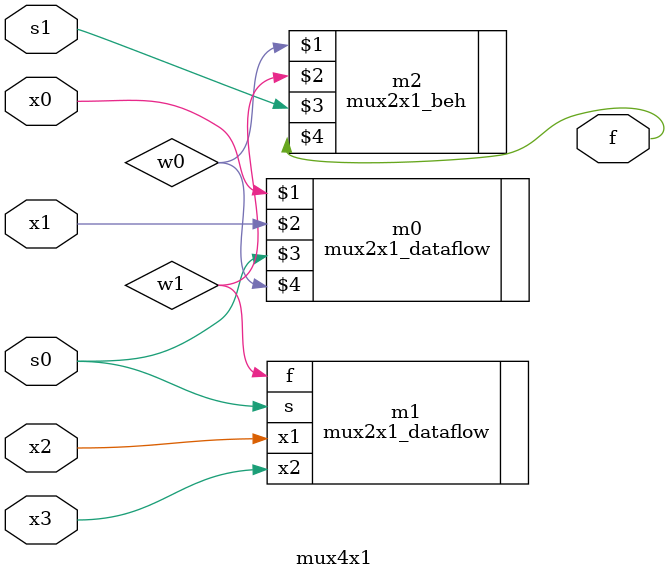
<source format=v>
module mux4x1 (
    input x0, x1, x2, x3, s0, s1,
    output f
);
    wire w0, w1;
    mux2x1_dataflow m0 (x0, x1, s0, w0);
    mux2x1_dataflow m1(
        .x1(x2),
        .x2(x3),
        .s(s0),
        .f(w1)
    );
    mux2x1_beh m2(w0, w1, s1, f);

endmodule
</source>
